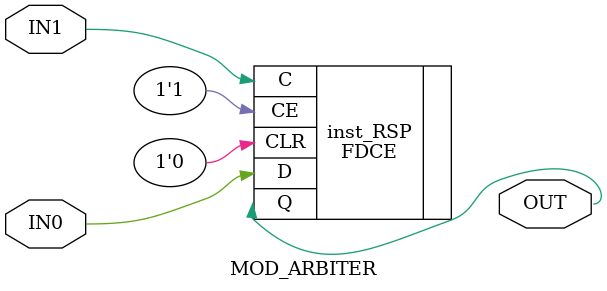
<source format=v>
module MOD_ARBITER
(
  input  IN0,
  input  IN1,
  output OUT
);
//FDCE是一个D触发器，根据跳变到达D和C端的快慢产生响应比特0或1
(* dont_touch = "true" *) FDCE #(.INIT(1'b0)) inst_RSP(.CE(1'b1), .CLR(1'b0), .C(IN1), .D(IN0), .Q(OUT));

endmodule

</source>
